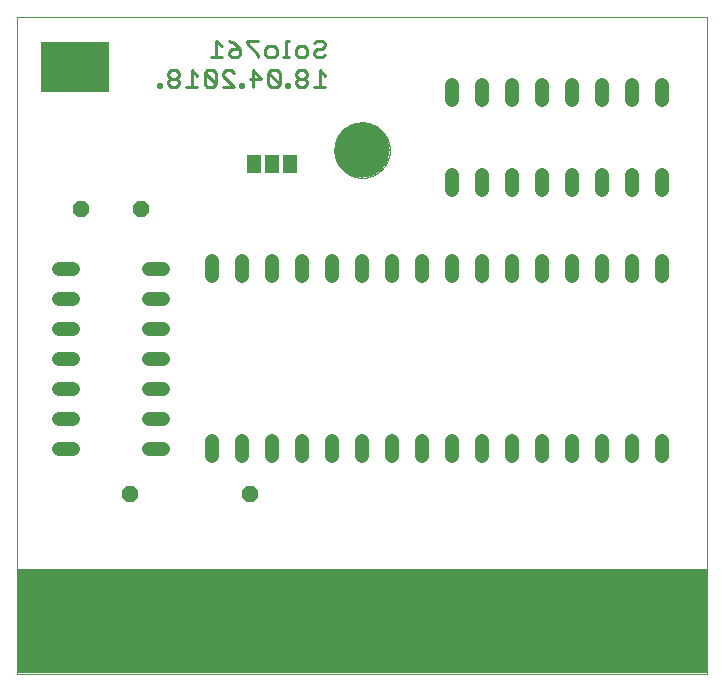
<source format=gbs>
G75*
%MOIN*%
%OFA0B0*%
%FSLAX24Y24*%
%IPPOS*%
%LPD*%
%AMOC8*
5,1,8,0,0,1.08239X$1,22.5*
%
%ADD10C,0.0000*%
%ADD11C,0.1850*%
%ADD12R,0.2250X0.1688*%
%ADD13C,0.0100*%
%ADD14R,2.3000X0.3500*%
%ADD15OC8,0.0560*%
%ADD16C,0.0480*%
%ADD17R,0.0460X0.0630*%
%ADD18R,0.0748X0.3150*%
D10*
X000100Y000100D02*
X000100Y021998D01*
X023100Y021998D01*
X023100Y000100D01*
X000100Y000100D01*
X010671Y017547D02*
X010673Y017607D01*
X010679Y017668D01*
X010689Y017727D01*
X010703Y017786D01*
X010720Y017844D01*
X010741Y017901D01*
X010766Y017956D01*
X010795Y018009D01*
X010827Y018061D01*
X010862Y018110D01*
X010901Y018157D01*
X010942Y018201D01*
X010986Y018242D01*
X011033Y018281D01*
X011082Y018316D01*
X011133Y018348D01*
X011187Y018377D01*
X011242Y018402D01*
X011299Y018423D01*
X011357Y018440D01*
X011416Y018454D01*
X011475Y018464D01*
X011536Y018470D01*
X011596Y018472D01*
X011656Y018470D01*
X011717Y018464D01*
X011776Y018454D01*
X011835Y018440D01*
X011893Y018423D01*
X011950Y018402D01*
X012005Y018377D01*
X012058Y018348D01*
X012110Y018316D01*
X012159Y018281D01*
X012206Y018242D01*
X012250Y018201D01*
X012291Y018157D01*
X012330Y018110D01*
X012365Y018061D01*
X012397Y018010D01*
X012426Y017956D01*
X012451Y017901D01*
X012472Y017844D01*
X012489Y017786D01*
X012503Y017727D01*
X012513Y017668D01*
X012519Y017607D01*
X012521Y017547D01*
X012519Y017487D01*
X012513Y017426D01*
X012503Y017367D01*
X012489Y017308D01*
X012472Y017250D01*
X012451Y017193D01*
X012426Y017138D01*
X012397Y017085D01*
X012365Y017033D01*
X012330Y016984D01*
X012291Y016937D01*
X012250Y016893D01*
X012206Y016852D01*
X012159Y016813D01*
X012110Y016778D01*
X012059Y016746D01*
X012005Y016717D01*
X011950Y016692D01*
X011893Y016671D01*
X011835Y016654D01*
X011776Y016640D01*
X011717Y016630D01*
X011656Y016624D01*
X011596Y016622D01*
X011536Y016624D01*
X011475Y016630D01*
X011416Y016640D01*
X011357Y016654D01*
X011299Y016671D01*
X011242Y016692D01*
X011187Y016717D01*
X011134Y016746D01*
X011082Y016778D01*
X011033Y016813D01*
X010986Y016852D01*
X010942Y016893D01*
X010901Y016937D01*
X010862Y016984D01*
X010827Y017033D01*
X010795Y017084D01*
X010766Y017138D01*
X010741Y017193D01*
X010720Y017250D01*
X010703Y017308D01*
X010689Y017367D01*
X010679Y017426D01*
X010673Y017487D01*
X010671Y017547D01*
D11*
X011596Y017547D03*
D12*
X002038Y020319D03*
D13*
X004800Y019743D02*
X004800Y019650D01*
X004893Y019650D01*
X004893Y019743D01*
X004800Y019743D01*
X005127Y019743D02*
X005221Y019650D01*
X005407Y019650D01*
X005501Y019743D01*
X005501Y019837D01*
X005407Y019930D01*
X005221Y019930D01*
X005127Y019837D01*
X005127Y019743D01*
X005221Y019930D02*
X005127Y020024D01*
X005127Y020117D01*
X005221Y020210D01*
X005407Y020210D01*
X005501Y020117D01*
X005501Y020024D01*
X005407Y019930D01*
X005735Y019650D02*
X006108Y019650D01*
X005922Y019650D02*
X005922Y020210D01*
X006108Y020024D01*
X006343Y020117D02*
X006343Y019743D01*
X006436Y019650D01*
X006623Y019650D01*
X006716Y019743D01*
X006343Y020117D01*
X006436Y020210D01*
X006623Y020210D01*
X006716Y020117D01*
X006716Y019743D01*
X006950Y019650D02*
X007324Y019650D01*
X006950Y020024D01*
X006950Y020117D01*
X007044Y020210D01*
X007230Y020210D01*
X007324Y020117D01*
X007534Y019743D02*
X007534Y019650D01*
X007628Y019650D01*
X007628Y019743D01*
X007534Y019743D01*
X007862Y019930D02*
X008235Y019930D01*
X007955Y020210D01*
X007955Y019650D01*
X008470Y019743D02*
X008563Y019650D01*
X008750Y019650D01*
X008843Y019743D01*
X008470Y020117D01*
X008470Y019743D01*
X008843Y019743D02*
X008843Y020117D01*
X008750Y020210D01*
X008563Y020210D01*
X008470Y020117D01*
X008462Y020640D02*
X008368Y020733D01*
X008368Y020920D01*
X008462Y021014D01*
X008649Y021014D01*
X008742Y020920D01*
X008742Y020733D01*
X008649Y020640D01*
X008462Y020640D01*
X008134Y020640D02*
X008134Y020733D01*
X007761Y021107D01*
X007761Y021200D01*
X008134Y021200D01*
X007526Y020920D02*
X007526Y020733D01*
X007433Y020640D01*
X007246Y020640D01*
X007153Y020733D01*
X007153Y020827D01*
X007246Y020920D01*
X007526Y020920D01*
X007340Y021107D01*
X007153Y021200D01*
X006919Y021014D02*
X006732Y021200D01*
X006732Y020640D01*
X006919Y020640D02*
X006545Y020640D01*
X008960Y020640D02*
X009147Y020640D01*
X009054Y020640D02*
X009054Y021200D01*
X009147Y021200D01*
X009381Y020920D02*
X009475Y021014D01*
X009661Y021014D01*
X009755Y020920D01*
X009755Y020733D01*
X009661Y020640D01*
X009475Y020640D01*
X009381Y020733D01*
X009381Y020920D01*
X009989Y020827D02*
X009989Y020733D01*
X010082Y020640D01*
X010269Y020640D01*
X010363Y020733D01*
X010269Y020920D02*
X010082Y020920D01*
X009989Y020827D01*
X009989Y021107D02*
X010082Y021200D01*
X010269Y021200D01*
X010363Y021107D01*
X010363Y021014D01*
X010269Y020920D01*
X010176Y020210D02*
X010176Y019650D01*
X010363Y019650D02*
X009989Y019650D01*
X009755Y019743D02*
X009755Y019837D01*
X009661Y019930D01*
X009475Y019930D01*
X009381Y019837D01*
X009381Y019743D01*
X009475Y019650D01*
X009661Y019650D01*
X009755Y019743D01*
X009661Y019930D02*
X009755Y020024D01*
X009755Y020117D01*
X009661Y020210D01*
X009475Y020210D01*
X009381Y020117D01*
X009381Y020024D01*
X009475Y019930D01*
X009147Y019743D02*
X009054Y019743D01*
X009054Y019650D01*
X009147Y019650D01*
X009147Y019743D01*
X010176Y020210D02*
X010363Y020024D01*
D14*
X011600Y001850D03*
D15*
X007850Y006100D03*
X003850Y006100D03*
X004225Y015600D03*
X002225Y015600D03*
D16*
X001965Y013600D02*
X001485Y013600D01*
X001485Y012600D02*
X001965Y012600D01*
X001965Y011600D02*
X001485Y011600D01*
X001485Y010600D02*
X001965Y010600D01*
X001965Y009600D02*
X001485Y009600D01*
X001485Y008600D02*
X001965Y008600D01*
X001965Y007600D02*
X001485Y007600D01*
X004485Y007600D02*
X004965Y007600D01*
X004965Y008600D02*
X004485Y008600D01*
X004485Y009600D02*
X004965Y009600D01*
X004965Y010600D02*
X004485Y010600D01*
X004485Y011600D02*
X004965Y011600D01*
X004965Y012600D02*
X004485Y012600D01*
X004485Y013600D02*
X004965Y013600D01*
X006600Y013360D02*
X006600Y013840D01*
X007600Y013840D02*
X007600Y013360D01*
X008600Y013360D02*
X008600Y013840D01*
X009600Y013840D02*
X009600Y013360D01*
X010600Y013360D02*
X010600Y013840D01*
X011600Y013840D02*
X011600Y013360D01*
X012600Y013360D02*
X012600Y013840D01*
X013600Y013840D02*
X013600Y013360D01*
X014600Y013360D02*
X014600Y013840D01*
X015600Y013840D02*
X015600Y013360D01*
X016600Y013360D02*
X016600Y013840D01*
X017600Y013840D02*
X017600Y013360D01*
X018600Y013360D02*
X018600Y013840D01*
X019600Y013840D02*
X019600Y013360D01*
X020600Y013360D02*
X020600Y013840D01*
X021600Y013840D02*
X021600Y013360D01*
X021600Y016235D02*
X021600Y016715D01*
X020600Y016715D02*
X020600Y016235D01*
X019600Y016235D02*
X019600Y016715D01*
X018600Y016715D02*
X018600Y016235D01*
X017600Y016235D02*
X017600Y016715D01*
X016600Y016715D02*
X016600Y016235D01*
X015600Y016235D02*
X015600Y016715D01*
X014600Y016715D02*
X014600Y016235D01*
X014600Y019235D02*
X014600Y019715D01*
X015600Y019715D02*
X015600Y019235D01*
X016600Y019235D02*
X016600Y019715D01*
X017600Y019715D02*
X017600Y019235D01*
X018600Y019235D02*
X018600Y019715D01*
X019600Y019715D02*
X019600Y019235D01*
X020600Y019235D02*
X020600Y019715D01*
X021600Y019715D02*
X021600Y019235D01*
X021600Y007840D02*
X021600Y007360D01*
X020600Y007360D02*
X020600Y007840D01*
X019600Y007840D02*
X019600Y007360D01*
X018600Y007360D02*
X018600Y007840D01*
X017600Y007840D02*
X017600Y007360D01*
X016600Y007360D02*
X016600Y007840D01*
X015600Y007840D02*
X015600Y007360D01*
X014600Y007360D02*
X014600Y007840D01*
X013600Y007840D02*
X013600Y007360D01*
X012600Y007360D02*
X012600Y007840D01*
X011600Y007840D02*
X011600Y007360D01*
X010600Y007360D02*
X010600Y007840D01*
X009600Y007840D02*
X009600Y007360D01*
X008600Y007360D02*
X008600Y007840D01*
X007600Y007840D02*
X007600Y007360D01*
X006600Y007360D02*
X006600Y007840D01*
D17*
X008000Y017100D03*
X008600Y017100D03*
X009200Y017100D03*
D18*
X009100Y001913D03*
X010100Y001913D03*
X011100Y001913D03*
X012100Y001913D03*
X013100Y001913D03*
X014100Y001913D03*
X015100Y001913D03*
X016100Y001913D03*
X017100Y001913D03*
X018100Y001913D03*
X019100Y001913D03*
X020100Y001913D03*
X021100Y001913D03*
X022100Y001913D03*
X008100Y001913D03*
X007100Y001913D03*
X006100Y001913D03*
X005100Y001913D03*
X004100Y001913D03*
X003100Y001913D03*
X002100Y001913D03*
X001100Y001913D03*
M02*

</source>
